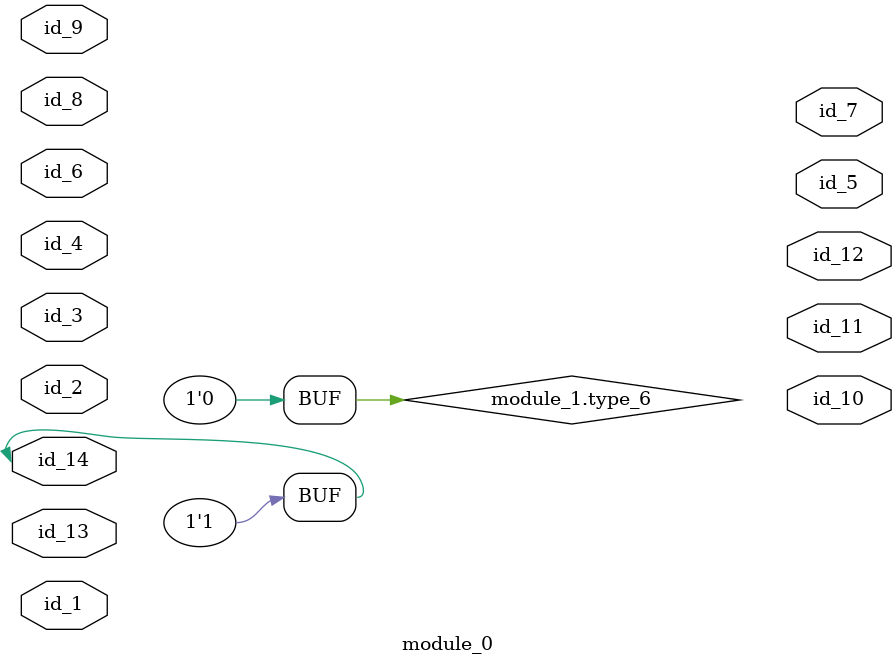
<source format=v>
module module_0 (
    id_1,
    id_2,
    id_3,
    id_4,
    id_5,
    id_6,
    id_7,
    id_8,
    id_9,
    id_10,
    id_11,
    id_12,
    id_13,
    id_14
);
  inout wire id_14;
  inout wire id_13;
  output wire id_12;
  output wire id_11;
  output wire id_10;
  input wire id_9;
  inout wire id_8;
  output wire id_7;
  inout wire id_6;
  output wire id_5;
  inout wire id_4;
  input wire id_3;
  input wire id_2;
  input wire id_1;
  wire id_15;
  assign id_14 = 1;
  wire id_16;
  assign module_1.type_6 = 0;
endmodule
module module_1 (
    input wire id_0,
    input wand id_1
);
  wire id_3;
  wire id_4;
  module_0 modCall_1 (
      id_3,
      id_3,
      id_4,
      id_3,
      id_3,
      id_4,
      id_3,
      id_4,
      id_3,
      id_3,
      id_4,
      id_4,
      id_4,
      id_4
  );
endmodule

</source>
